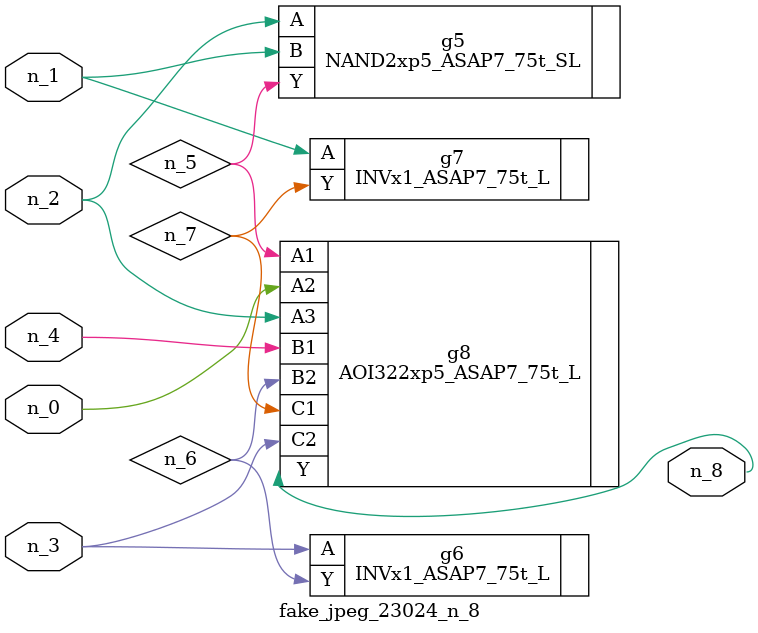
<source format=v>
module fake_jpeg_23024_n_8 (n_3, n_2, n_1, n_0, n_4, n_8);

input n_3;
input n_2;
input n_1;
input n_0;
input n_4;

output n_8;

wire n_6;
wire n_5;
wire n_7;

NAND2xp5_ASAP7_75t_SL g5 ( 
.A(n_2),
.B(n_1),
.Y(n_5)
);

INVx1_ASAP7_75t_L g6 ( 
.A(n_3),
.Y(n_6)
);

INVx1_ASAP7_75t_L g7 ( 
.A(n_1),
.Y(n_7)
);

AOI322xp5_ASAP7_75t_L g8 ( 
.A1(n_5),
.A2(n_0),
.A3(n_2),
.B1(n_4),
.B2(n_6),
.C1(n_7),
.C2(n_3),
.Y(n_8)
);


endmodule
</source>
